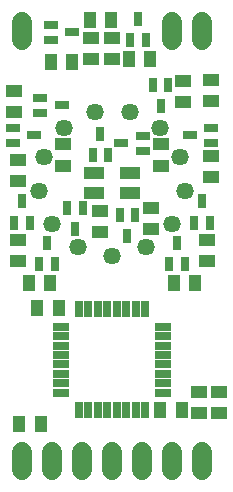
<source format=gts>
G75*
%MOIN*%
%OFA0B0*%
%FSLAX25Y25*%
%IPPOS*%
%LPD*%
%AMOC8*
5,1,8,0,0,1.08239X$1,22.5*
%
%ADD10C,0.05761*%
%ADD11R,0.05800X0.03000*%
%ADD12R,0.03000X0.05800*%
%ADD13C,0.06800*%
%ADD14R,0.02769X0.04737*%
%ADD15R,0.03950X0.05524*%
%ADD16R,0.05524X0.03950*%
%ADD17R,0.04737X0.02769*%
%ADD18R,0.06706X0.04343*%
D10*
X0029845Y0080360D03*
X0021114Y0088095D03*
X0016978Y0099001D03*
X0018384Y0110580D03*
X0025010Y0120180D03*
X0035338Y0125600D03*
X0047002Y0125600D03*
X0057330Y0120180D03*
X0063956Y0110580D03*
X0065362Y0099001D03*
X0061226Y0088095D03*
X0052495Y0080360D03*
X0041170Y0077569D03*
D11*
X0024270Y0053907D03*
X0024270Y0050757D03*
X0024270Y0047608D03*
X0024270Y0044458D03*
X0024270Y0041309D03*
X0024270Y0038159D03*
X0024270Y0035009D03*
X0024270Y0031860D03*
X0058070Y0031860D03*
X0058070Y0035009D03*
X0058070Y0038159D03*
X0058070Y0041309D03*
X0058070Y0044458D03*
X0058070Y0047608D03*
X0058070Y0050757D03*
X0058070Y0053907D03*
D12*
X0052194Y0059783D03*
X0049044Y0059783D03*
X0045894Y0059783D03*
X0042745Y0059783D03*
X0039595Y0059783D03*
X0036446Y0059783D03*
X0033296Y0059783D03*
X0030146Y0059783D03*
X0030146Y0025983D03*
X0033296Y0025983D03*
X0036446Y0025983D03*
X0039595Y0025983D03*
X0042745Y0025983D03*
X0045894Y0025983D03*
X0049044Y0025983D03*
X0052194Y0025983D03*
D13*
X0011170Y0012100D02*
X0011170Y0006100D01*
X0021170Y0006100D02*
X0021170Y0012100D01*
X0031170Y0012100D02*
X0031170Y0006100D01*
X0041170Y0006100D02*
X0041170Y0012100D01*
X0051170Y0012100D02*
X0051170Y0006100D01*
X0061170Y0006100D02*
X0061170Y0012100D01*
X0071170Y0012100D02*
X0071170Y0006100D01*
X0071170Y0149407D02*
X0071170Y0155407D01*
X0061170Y0155407D02*
X0061170Y0149407D01*
X0011170Y0149407D02*
X0011170Y0155407D01*
D14*
X0034741Y0110970D03*
X0037300Y0118057D03*
X0039859Y0110970D03*
X0031359Y0093557D03*
X0028800Y0086470D03*
X0026241Y0093557D03*
X0019517Y0081860D03*
X0022076Y0074773D03*
X0016957Y0074773D03*
X0013733Y0088553D03*
X0011174Y0095639D03*
X0008615Y0088553D03*
X0043741Y0091057D03*
X0046300Y0083970D03*
X0048859Y0091057D03*
X0060265Y0074773D03*
X0062824Y0081860D03*
X0065383Y0074773D03*
X0068607Y0088553D03*
X0071166Y0095639D03*
X0073725Y0088553D03*
X0057355Y0127470D03*
X0054796Y0134557D03*
X0059914Y0134557D03*
X0052359Y0149470D03*
X0049800Y0156557D03*
X0047241Y0149470D03*
D15*
X0046757Y0143013D03*
X0053843Y0143013D03*
X0040843Y0156013D03*
X0033757Y0156013D03*
X0027843Y0142013D03*
X0020757Y0142013D03*
X0020627Y0068521D03*
X0023343Y0060013D03*
X0016257Y0060013D03*
X0013540Y0068521D03*
X0010257Y0021513D03*
X0017343Y0021513D03*
X0057257Y0026013D03*
X0064343Y0026013D03*
X0061780Y0068506D03*
X0068867Y0068506D03*
D16*
X0072666Y0075773D03*
X0072666Y0082860D03*
X0074166Y0103832D03*
X0074166Y0110919D03*
X0074300Y0128970D03*
X0074300Y0136057D03*
X0064942Y0135801D03*
X0064942Y0128714D03*
X0057418Y0114643D03*
X0057418Y0107557D03*
X0054300Y0093557D03*
X0054300Y0086470D03*
X0037300Y0085470D03*
X0037300Y0092557D03*
X0024922Y0107557D03*
X0024922Y0114643D03*
X0034300Y0142970D03*
X0034300Y0150057D03*
X0041300Y0150057D03*
X0041300Y0142970D03*
X0009674Y0109419D03*
X0009674Y0102332D03*
X0009674Y0082860D03*
X0009674Y0075773D03*
X0008442Y0125466D03*
X0008442Y0132553D03*
X0070300Y0032057D03*
X0070300Y0024970D03*
X0076800Y0024970D03*
X0076800Y0032057D03*
D17*
X0051343Y0112454D03*
X0051343Y0117572D03*
X0044257Y0115013D03*
X0027843Y0152013D03*
X0020757Y0149454D03*
X0020757Y0154572D03*
X0017257Y0130257D03*
X0017257Y0125139D03*
X0015186Y0117687D03*
X0008099Y0120246D03*
X0008099Y0115128D03*
X0024343Y0127698D03*
X0067154Y0117687D03*
X0074241Y0120246D03*
X0074241Y0115128D03*
D18*
X0047272Y0105285D03*
X0047272Y0098592D03*
X0035068Y0098592D03*
X0035068Y0105285D03*
M02*

</source>
